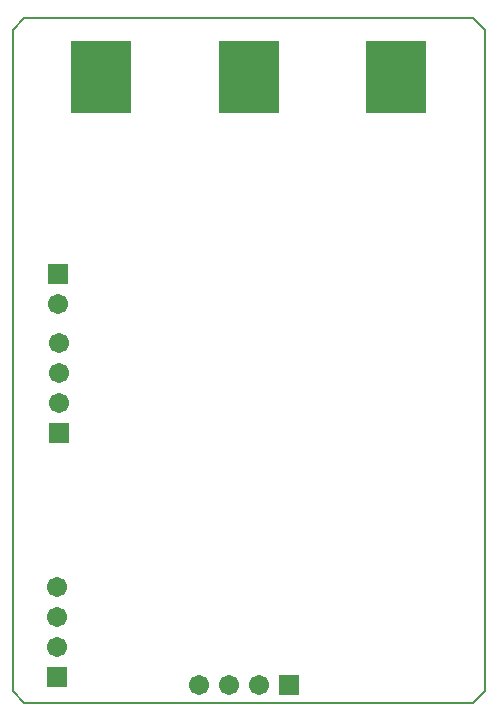
<source format=gbs>
%FSLAX25Y25*%
%MOIN*%
G70*
G01*
G75*
G04 Layer_Color=16711935*
%ADD10R,0.02756X0.03347*%
%ADD11R,0.04331X0.01700*%
%ADD12R,0.03347X0.02756*%
%ADD13R,0.07087X0.03937*%
%ADD14R,0.03937X0.02362*%
%ADD15O,0.00984X0.04724*%
%ADD16O,0.04724X0.00984*%
%ADD17O,0.04724X0.01772*%
%ADD18O,0.01772X0.04724*%
%ADD19R,0.04724X0.01772*%
%ADD20R,0.06299X0.07087*%
%ADD21R,0.05118X0.03937*%
%ADD22O,0.01969X0.03543*%
%ADD23R,0.01969X0.03543*%
%ADD24O,0.01969X0.03543*%
%ADD25R,0.07874X0.07874*%
%ADD26R,0.07874X0.07874*%
%ADD27O,0.05500X0.02500*%
%ADD28R,0.05500X0.02500*%
%ADD29R,0.04724X0.03543*%
%ADD30R,0.02756X0.03543*%
%ADD31C,0.00800*%
%ADD32C,0.01500*%
%ADD33C,0.04000*%
%ADD34C,0.01000*%
%ADD35C,0.03000*%
%ADD36C,0.01200*%
%ADD37C,0.02000*%
%ADD38C,0.00500*%
%ADD39R,0.19685X0.23622*%
%ADD40C,0.05906*%
%ADD41R,0.05906X0.05906*%
%ADD42R,0.05906X0.05906*%
%ADD43C,0.02000*%
%ADD44C,0.03000*%
%ADD45C,0.00787*%
%ADD46R,0.03556X0.04147*%
%ADD47R,0.05131X0.02500*%
%ADD48R,0.04147X0.03556*%
%ADD49R,0.07887X0.04737*%
%ADD50R,0.04737X0.03162*%
%ADD51O,0.01784X0.05524*%
%ADD52O,0.05524X0.01784*%
%ADD53O,0.05524X0.02572*%
%ADD54O,0.02572X0.05524*%
%ADD55R,0.05524X0.02572*%
%ADD56R,0.07099X0.07887*%
%ADD57R,0.05918X0.04737*%
%ADD58O,0.02769X0.04343*%
%ADD59R,0.02769X0.04343*%
%ADD60O,0.02769X0.04343*%
%ADD61R,0.08674X0.08674*%
%ADD62R,0.08674X0.08674*%
%ADD63O,0.06300X0.03300*%
%ADD64R,0.06300X0.03300*%
%ADD65R,0.05524X0.04343*%
%ADD66R,0.03556X0.04343*%
%ADD67R,0.20485X0.24422*%
%ADD68C,0.06706*%
%ADD69R,0.06706X0.06706*%
%ADD70R,0.06706X0.06706*%
D38*
X251306Y-267900D02*
X255243Y-263963D01*
Y-43490D01*
X251306Y-39553D02*
X255243Y-43490D01*
X101700Y-39553D02*
X133800D01*
X133196D02*
X184000D01*
X182409D02*
X233600D01*
X231621D02*
X251306D01*
X97763Y-43490D02*
X101700Y-39553D01*
X97763Y-263963D02*
Y-43490D01*
Y-263963D02*
X101700Y-267900D01*
X251306D01*
X101700D02*
X251306D01*
X97763Y-263963D02*
X101700Y-267900D01*
X97763Y-263963D02*
Y-43490D01*
X101700Y-39553D01*
X231621D02*
X251306D01*
X182409D02*
X233600D01*
X133196D02*
X184000D01*
X101700D02*
X133800D01*
X251306D02*
X255243Y-43490D01*
Y-263963D02*
Y-43490D01*
X251306Y-267900D02*
X255243Y-263963D01*
D67*
X225700Y-59200D02*
D03*
X176500D02*
D03*
X127300D02*
D03*
D68*
X112600Y-229300D02*
D03*
Y-239300D02*
D03*
Y-249300D02*
D03*
X113300Y-167800D02*
D03*
Y-157800D02*
D03*
Y-147800D02*
D03*
X180000Y-262000D02*
D03*
X170000D02*
D03*
X160000D02*
D03*
X112900Y-134800D02*
D03*
D69*
X112600Y-259300D02*
D03*
X113300Y-177800D02*
D03*
X112900Y-124800D02*
D03*
D70*
X190000Y-262000D02*
D03*
M02*

</source>
